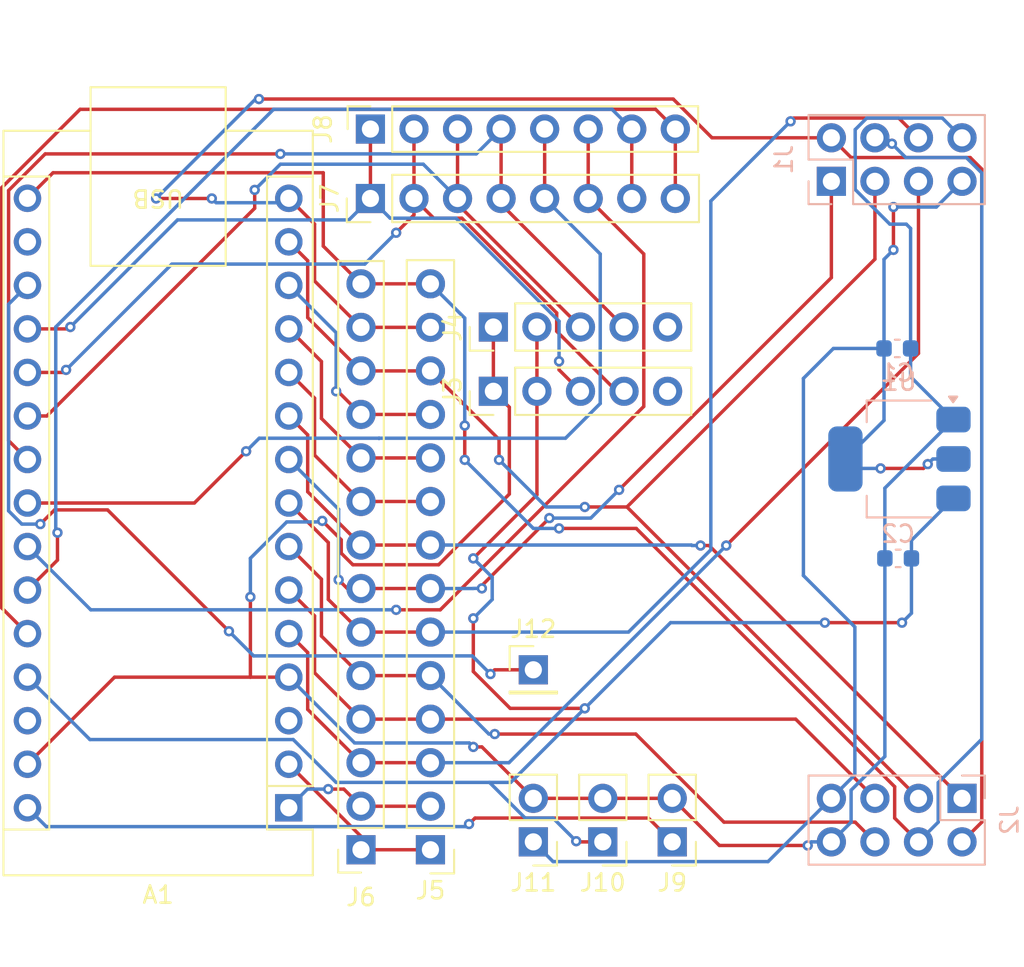
<source format=kicad_pcb>
(kicad_pcb (version 20241229) (generator "pcbnew") (generator_version "9.0")
  (layers (0 "F.Cu" signal) (2 "B.Cu" signal) (13 "F.Paste" user) (15 "B.Paste" user) (5 "F.SilkS" user "F.Silkscreen") (7 "B.SilkS" user "B.Silkscreen") (1 "F.Mask" user) (3 "B.Mask" user) (25 "Edge.Cuts" user))
  (net 0 "")
  (net 1 "A5")
  (net 2 "D8")
  (net 3 "A2")
  (net 4 "AREF")
  (net 5 "D6")
  (net 6 "D12")
  (net 7 "A3")
  (net 8 "A4")
  (net 9 "5V")
  (net 10 "A1")
  (net 11 "D0")
  (net 12 "VIN")
  (net 13 "D10")
  (net 14 "D5")
  (net 15 "A7")
  (net 16 "D9")
  (net 17 "D1")
  (net 18 "D2")
  (net 19 "A6")
  (net 20 "GND")
  (net 21 "A0")
  (net 24 "D7")
  (net 26 "D3")
  (net 27 "D13")
  (net 28 "D4")
  (net 29 "D11")
  (net 30 "3V3")
  (footprint "Connector_PinHeader_2.54mm:PinHeader_1x02_P2.54mm_Vertical" (layer "F.Cu") (at 51.1 56.04 180)
    (property "Reference" "J9" (at 0 -2.38 0) (layer "F.SilkS"))
    (property "Value" "Conn_01x02_Socket")
    (pad "1" thru_hole rect (at 0 0 180) (size 1.7 1.7) (drill 1) (layers "*.Cu" "*.Mask") (net 12 "VIN"))
    (pad "2" thru_hole circle (at 0 2.54 180) (size 1.7 1.7) (drill 1) (layers "*.Cu" "*.Mask") (net 20 "GND"))
  )
  (footprint "Connector_PinSocket_2.54mm:PinSocket_1x14_P2.54mm_Vertical" (layer "F.Cu") (at 32.95 56.5 180)
    (property "Reference" "J6" (at 0 -2.77 180) (layer "F.SilkS"))
    (property "Value" "Conn_01x14_Socket")
    (pad "1" thru_hole rect (at 0 0 180) (size 1.7 1.7) (drill 1) (layers "*.Cu" "*.Mask") (net 11 "D0"))
    (pad "2" thru_hole circle (at 0 2.54 180) (size 1.7 1.7) (drill 1) (layers "*.Cu" "*.Mask") (net 17 "D1"))
    (pad "3" thru_hole circle (at 0 5.08 180) (size 1.7 1.7) (drill 1) (layers "*.Cu" "*.Mask") (net 18 "D2"))
    (pad "4" thru_hole circle (at 0 7.62 180) (size 1.7 1.7) (drill 1) (layers "*.Cu" "*.Mask") (net 26 "D3"))
    (pad "5" thru_hole circle (at 0 10.16 180) (size 1.7 1.7) (drill 1) (layers "*.Cu" "*.Mask") (net 28 "D4"))
    (pad "6" thru_hole circle (at 0 12.7 180) (size 1.7 1.7) (drill 1) (layers "*.Cu" "*.Mask") (net 14 "D5"))
    (pad "7" thru_hole circle (at 0 15.24 180) (size 1.7 1.7) (drill 1) (layers "*.Cu" "*.Mask") (net 5 "D6"))
    (pad "8" thru_hole circle (at 0 17.78 180) (size 1.7 1.7) (drill 1) (layers "*.Cu" "*.Mask") (net 24 "D7"))
    (pad "9" thru_hole circle (at 0 20.32 180) (size 1.7 1.7) (drill 1) (layers "*.Cu" "*.Mask") (net 2 "D8"))
    (pad "10" thru_hole circle (at 0 22.86 180) (size 1.7 1.7) (drill 1) (layers "*.Cu" "*.Mask") (net 16 "D9"))
    (pad "11" thru_hole circle (at 0 25.4 180) (size 1.7 1.7) (drill 1) (layers "*.Cu" "*.Mask") (net 13 "D10"))
    (pad "12" thru_hole circle (at 0 27.94 180) (size 1.7 1.7) (drill 1) (layers "*.Cu" "*.Mask") (net 29 "D11"))
    (pad "13" thru_hole circle (at 0 30.48 180) (size 1.7 1.7) (drill 1) (layers "*.Cu" "*.Mask") (net 6 "D12"))
    (pad "14" thru_hole circle (at 0 33.02 180) (size 1.7 1.7) (drill 1) (layers "*.Cu" "*.Mask") (net 27 "D13"))
  )
  (footprint "Connector_PinHeader_2.54mm:PinHeader_1x05_P2.54mm_Vertical" (layer "F.Cu") (at 40.67 26 90)
    (property "Reference" "J4" (at 0 -2.38 90) (layer "F.SilkS"))
    (property "Value" "Conn_01x05_Pin")
    (pad "1" thru_hole rect (at 0 0 90) (size 1.7 1.7) (drill 1) (layers "*.Cu" "*.Mask") (net 20 "GND"))
    (pad "2" thru_hole circle (at 0 2.54 90) (size 1.7 1.7) (drill 1) (layers "*.Cu" "*.Mask") (net 9 "5V"))
    (pad "3" thru_hole circle (at 0 5.08 90) (size 1.7 1.7) (drill 1) (layers "*.Cu" "*.Mask") (net 3 "A2"))
    (pad "4" thru_hole circle (at 0 7.62 90) (size 1.7 1.7) (drill 1) (layers "*.Cu" "*.Mask") (net 7 "A3"))
    (pad "5" thru_hole circle (at 0 10.16 90) (size 1.7 1.7) (drill 1) (layers "*.Cu" "*.Mask"))
  )
  (footprint "Connector_PinHeader_2.54mm:PinHeader_1x02_P2.54mm_Vertical" (layer "F.Cu") (at 47.05 56.04 180)
    (property "Reference" "J10" (at 0 -2.38 0) (layer "F.SilkS"))
    (property "Value" "Conn_01x02_Socket")
    (pad "1" thru_hole rect (at 0 0 180) (size 1.7 1.7) (drill 1) (layers "*.Cu" "*.Mask") (net 9 "5V"))
    (pad "2" thru_hole circle (at 0 2.54 180) (size 1.7 1.7) (drill 1) (layers "*.Cu" "*.Mask") (net 20 "GND"))
  )
  (footprint "Connector_PinSocket_2.54mm:PinSocket_1x08_P2.54mm_Vertical" (layer "F.Cu") (at 33.5 14.45 90)
    (property "Reference" "J8" (at 0 -2.77 90) (layer "F.SilkS"))
    (property "Value" "Conn_01x08_Socket")
    (pad "1" thru_hole rect (at 0 0 90) (size 1.7 1.7) (drill 1) (layers "*.Cu" "*.Mask") (net 21 "A0"))
    (pad "2" thru_hole circle (at 0 2.54 90) (size 1.7 1.7) (drill 1) (layers "*.Cu" "*.Mask") (net 10 "A1"))
    (pad "3" thru_hole circle (at 0 5.08 90) (size 1.7 1.7) (drill 1) (layers "*.Cu" "*.Mask") (net 3 "A2"))
    (pad "4" thru_hole circle (at 0 7.62 90) (size 1.7 1.7) (drill 1) (layers "*.Cu" "*.Mask") (net 7 "A3"))
    (pad "5" thru_hole circle (at 0 10.16 90) (size 1.7 1.7) (drill 1) (layers "*.Cu" "*.Mask") (net 8 "A4"))
    (pad "6" thru_hole circle (at 0 12.7 90) (size 1.7 1.7) (drill 1) (layers "*.Cu" "*.Mask") (net 1 "A5"))
    (pad "7" thru_hole circle (at 0 15.24 90) (size 1.7 1.7) (drill 1) (layers "*.Cu" "*.Mask") (net 19 "A6"))
    (pad "8" thru_hole circle (at 0 17.78 90) (size 1.7 1.7) (drill 1) (layers "*.Cu" "*.Mask") (net 15 "A7"))
  )
  (footprint "Connector_PinHeader_2.54mm:PinHeader_1x05_P2.54mm_Vertical" (layer "F.Cu") (at 40.67 29.75 90)
    (property "Reference" "J3" (at 0 -2.38 90) (layer "F.SilkS"))
    (property "Value" "Conn_01x05_Pin")
    (pad "1" thru_hole rect (at 0 0 90) (size 1.7 1.7) (drill 1) (layers "*.Cu" "*.Mask") (net 20 "GND"))
    (pad "2" thru_hole circle (at 0 2.54 90) (size 1.7 1.7) (drill 1) (layers "*.Cu" "*.Mask") (net 9 "5V"))
    (pad "3" thru_hole circle (at 0 5.08 90) (size 1.7 1.7) (drill 1) (layers "*.Cu" "*.Mask") (net 21 "A0"))
    (pad "4" thru_hole circle (at 0 7.62 90) (size 1.7 1.7) (drill 1) (layers "*.Cu" "*.Mask") (net 10 "A1"))
    (pad "5" thru_hole circle (at 0 10.16 90) (size 1.7 1.7) (drill 1) (layers "*.Cu" "*.Mask"))
  )
  (footprint "Connector_PinHeader_2.54mm:PinHeader_1x08_P2.54mm_Vertical" (layer "F.Cu") (at 33.5 18.5 90)
    (property "Reference" "J7" (at 0 -2.38 90) (layer "F.SilkS"))
    (property "Value" "Conn_01x08_Pin")
    (pad "1" thru_hole rect (at 0 0 90) (size 1.7 1.7) (drill 1) (layers "*.Cu" "*.Mask") (net 21 "A0"))
    (pad "2" thru_hole circle (at 0 2.54 90) (size 1.7 1.7) (drill 1) (layers "*.Cu" "*.Mask") (net 10 "A1"))
    (pad "3" thru_hole circle (at 0 5.08 90) (size 1.7 1.7) (drill 1) (layers "*.Cu" "*.Mask") (net 3 "A2"))
    (pad "4" thru_hole circle (at 0 7.62 90) (size 1.7 1.7) (drill 1) (layers "*.Cu" "*.Mask") (net 7 "A3"))
    (pad "5" thru_hole circle (at 0 10.16 90) (size 1.7 1.7) (drill 1) (layers "*.Cu" "*.Mask") (net 8 "A4"))
    (pad "6" thru_hole circle (at 0 12.7 90) (size 1.7 1.7) (drill 1) (layers "*.Cu" "*.Mask") (net 1 "A5"))
    (pad "7" thru_hole circle (at 0 15.24 90) (size 1.7 1.7) (drill 1) (layers "*.Cu" "*.Mask") (net 19 "A6"))
    (pad "8" thru_hole circle (at 0 17.78 90) (size 1.7 1.7) (drill 1) (layers "*.Cu" "*.Mask") (net 15 "A7"))
  )
  (footprint "Connector_PinHeader_2.54mm:PinHeader_1x02_P2.54mm_Vertical" (layer "F.Cu") (at 43 56.04 180)
    (property "Reference" "J11" (at 0 -2.38 0) (layer "F.SilkS"))
    (property "Value" "Conn_01x02_Socket")
    (pad "1" thru_hole rect (at 0 0 180) (size 1.7 1.7) (drill 1) (layers "*.Cu" "*.Mask") (net 30 "3V3"))
    (pad "2" thru_hole circle (at 0 2.54 180) (size 1.7 1.7) (drill 1) (layers "*.Cu" "*.Mask") (net 20 "GND"))
  )
  (footprint "Module:Arduino_Nano" (layer "F.Cu") (at 28.74 54.05 180)
    (property "Reference" "A1" (at 7.62 -5.08 0) (layer "F.SilkS"))
    (property "Value" "Arduino_Nano_v3.x")
    (fp_text user "USB" (at 7.62 35.56 180) (layer "F.SilkS"))
    (pad "1" thru_hole rect (at 0 0 180) (size 1.6 1.6) (drill 1) (layers "*.Cu" "*.Mask") (net 17 "D1"))
    (pad "2" thru_hole oval (at 0 2.54 180) (size 1.6 1.6) (drill 1) (layers "*.Cu" "*.Mask") (net 11 "D0"))
    (pad "3" thru_hole oval (at 0 5.08 180) (size 1.6 1.6) (drill 1) (layers "*.Cu" "*.Mask"))
    (pad "4" thru_hole oval (at 0 7.62 180) (size 1.6 1.6) (drill 1) (layers "*.Cu" "*.Mask") (net 20 "GND"))
    (pad "5" thru_hole oval (at 0 10.16 180) (size 1.6 1.6) (drill 1) (layers "*.Cu" "*.Mask") (net 18 "D2"))
    (pad "6" thru_hole oval (at 0 12.7 180) (size 1.6 1.6) (drill 1) (layers "*.Cu" "*.Mask") (net 26 "D3"))
    (pad "7" thru_hole oval (at 0 15.24 180) (size 1.6 1.6) (drill 1) (layers "*.Cu" "*.Mask") (net 28 "D4"))
    (pad "8" thru_hole oval (at 0 17.78 180) (size 1.6 1.6) (drill 1) (layers "*.Cu" "*.Mask") (net 14 "D5"))
    (pad "9" thru_hole oval (at 0 20.32 180) (size 1.6 1.6) (drill 1) (layers "*.Cu" "*.Mask") (net 5 "D6"))
    (pad "10" thru_hole oval (at 0 22.86 180) (size 1.6 1.6) (drill 1) (layers "*.Cu" "*.Mask") (net 24 "D7"))
    (pad "11" thru_hole oval (at 0 25.4 180) (size 1.6 1.6) (drill 1) (layers "*.Cu" "*.Mask") (net 2 "D8"))
    (pad "12" thru_hole oval (at 0 27.94 180) (size 1.6 1.6) (drill 1) (layers "*.Cu" "*.Mask") (net 16 "D9"))
    (pad "13" thru_hole oval (at 0 30.48 180) (size 1.6 1.6) (drill 1) (layers "*.Cu" "*.Mask") (net 13 "D10"))
    (pad "14" thru_hole oval (at 0 33.02 180) (size 1.6 1.6) (drill 1) (layers "*.Cu" "*.Mask") (net 29 "D11"))
    (pad "15" thru_hole oval (at 0 35.56 180) (size 1.6 1.6) (drill 1) (layers "*.Cu" "*.Mask") (net 6 "D12"))
    (pad "16" thru_hole oval (at 15.24 35.56 180) (size 1.6 1.6) (drill 1) (layers "*.Cu" "*.Mask") (net 27 "D13"))
    (pad "17" thru_hole oval (at 15.24 33.02 180) (size 1.6 1.6) (drill 1) (layers "*.Cu" "*.Mask"))
    (pad "18" thru_hole oval (at 15.24 30.48 180) (size 1.6 1.6) (drill 1) (layers "*.Cu" "*.Mask") (net 4 "AREF"))
    (pad "19" thru_hole oval (at 15.24 27.94 180) (size 1.6 1.6) (drill 1) (layers "*.Cu" "*.Mask") (net 21 "A0"))
    (pad "20" thru_hole oval (at 15.24 25.4 180) (size 1.6 1.6) (drill 1) (layers "*.Cu" "*.Mask") (net 10 "A1"))
    (pad "21" thru_hole oval (at 15.24 22.86 180) (size 1.6 1.6) (drill 1) (layers "*.Cu" "*.Mask") (net 3 "A2"))
    (pad "22" thru_hole oval (at 15.24 20.32 180) (size 1.6 1.6) (drill 1) (layers "*.Cu" "*.Mask") (net 7 "A3"))
    (pad "23" thru_hole oval (at 15.24 17.78 180) (size 1.6 1.6) (drill 1) (layers "*.Cu" "*.Mask") (net 8 "A4"))
    (pad "24" thru_hole oval (at 15.24 15.24 180) (size 1.6 1.6) (drill 1) (layers "*.Cu" "*.Mask") (net 1 "A5"))
    (pad "25" thru_hole oval (at 15.24 12.7 180) (size 1.6 1.6) (drill 1) (layers "*.Cu" "*.Mask") (net 19 "A6"))
    (pad "26" thru_hole oval (at 15.24 10.16 180) (size 1.6 1.6) (drill 1) (layers "*.Cu" "*.Mask") (net 15 "A7"))
    (pad "27" thru_hole oval (at 15.24 7.62 180) (size 1.6 1.6) (drill 1) (layers "*.Cu" "*.Mask") (net 9 "5V"))
    (pad "28" thru_hole oval (at 15.24 5.08 180) (size 1.6 1.6) (drill 1) (layers "*.Cu" "*.Mask"))
    (pad "29" thru_hole oval (at 15.24 2.54 180) (size 1.6 1.6) (drill 1) (layers "*.Cu" "*.Mask") (net 20 "GND"))
    (pad "30" thru_hole oval (at 15.24 0 180) (size 1.6 1.6) (drill 1) (layers "*.Cu" "*.Mask") (net 12 "VIN"))
  )
  (footprint "Connector_PinHeader_2.54mm:PinHeader_1x01_P2.54mm_Vertical" (layer "F.Cu") (at 43 46)
    (property "Reference" "J12" (at 0 -2.38 0) (layer "F.SilkS"))
    (property "Value" "Conn_01x01_Pin")
    (pad "1" thru_hole rect (at 0 0) (size 1.7 1.7) (drill 1) (layers "*.Cu" "*.Mask") (net 4 "AREF"))
  )
  (footprint "Connector_PinHeader_2.54mm:PinHeader_1x14_P2.54mm_Vertical" (layer "F.Cu") (at 37 56.5 180)
    (property "Reference" "J5" (at 0 -2.38 180) (layer "F.SilkS"))
    (property "Value" "Conn_01x14_Pin")
    (pad "1" thru_hole rect (at 0 0 180) (size 1.7 1.7) (drill 1) (layers "*.Cu" "*.Mask") (net 11 "D0"))
    (pad "2" thru_hole circle (at 0 2.54 180) (size 1.7 1.7) (drill 1) (layers "*.Cu" "*.Mask") (net 17 "D1"))
    (pad "3" thru_hole circle (at 0 5.08 180) (size 1.7 1.7) (drill 1) (layers "*.Cu" "*.Mask") (net 18 "D2"))
    (pad "4" thru_hole circle (at 0 7.62 180) (size 1.7 1.7) (drill 1) (layers "*.Cu" "*.Mask") (net 26 "D3"))
    (pad "5" thru_hole circle (at 0 10.16 180) (size 1.7 1.7) (drill 1) (layers "*.Cu" "*.Mask") (net 28 "D4"))
    (pad "6" thru_hole circle (at 0 12.7 180) (size 1.7 1.7) (drill 1) (layers "*.Cu" "*.Mask") (net 14 "D5"))
    (pad "7" thru_hole circle (at 0 15.24 180) (size 1.7 1.7) (drill 1) (layers "*.Cu" "*.Mask") (net 5 "D6"))
    (pad "8" thru_hole circle (at 0 17.78 180) (size 1.7 1.7) (drill 1) (layers "*.Cu" "*.Mask") (net 24 "D7"))
    (pad "9" thru_hole circle (at 0 20.32 180) (size 1.7 1.7) (drill 1) (layers "*.Cu" "*.Mask") (net 2 "D8"))
    (pad "10" thru_hole circle (at 0 22.86 180) (size 1.7 1.7) (drill 1) (layers "*.Cu" "*.Mask") (net 16 "D9"))
    (pad "11" thru_hole circle (at 0 25.4 180) (size 1.7 1.7) (drill 1) (layers "*.Cu" "*.Mask") (net 13 "D10"))
    (pad "12" thru_hole circle (at 0 27.94 180) (size 1.7 1.7) (drill 1) (layers "*.Cu" "*.Mask") (net 29 "D11"))
    (pad "13" thru_hole circle (at 0 30.48 180) (size 1.7 1.7) (drill 1) (layers "*.Cu" "*.Mask") (net 6 "D12"))
    (pad "14" thru_hole circle (at 0 33.02 180) (size 1.7 1.7) (drill 1) (layers "*.Cu" "*.Mask") (net 27 "D13"))
  )
  (footprint "Package_TO_SOT_SMD:SOT-223-3_TabPin2" (layer "B.Cu") (at 64.35 33.7 180)
    (property "Reference" "U1" (at 0 4.5 0) (layer "B.SilkS") (effects (justify mirror)))
    (property "Value" "AMS1117-3.3")
    (pad "1" smd roundrect (at -3.15 2.3 180) (size 2 1.5) (layers "B.Cu" "B.Mask" "B.Paste") (net 20 "GND"))
    (pad "2" smd roundrect (at -3.15 0 180) (size 2 1.5) (layers "B.Cu" "B.Mask" "B.Paste") (net 30 "3V3"))
    (pad "2" smd roundrect (at 3.15 0 180) (size 2 3.8) (layers "B.Cu" "B.Mask" "B.Paste") (net 30 "3V3"))
    (pad "3" smd roundrect (at -3.15 -2.3 180) (size 2 1.5) (layers "B.Cu" "B.Mask" "B.Paste") (net 9 "5V"))
  )
  (footprint "Capacitor_SMD:C_0603_1608Metric" (layer "B.Cu") (at 64.225 27.25)
    (property "Reference" "C1" (at 0 1.43 0) (layer "B.SilkS") (effects (justify mirror)))
    (property "Value" "22uF")
    (pad "1" smd roundrect (at -0.775 0) (size 0.9 0.95) (layers "B.Cu" "B.Mask" "B.Paste") (net 30 "3V3"))
    (pad "2" smd roundrect (at 0.775 0) (size 0.9 0.95) (layers "B.Cu" "B.Mask" "B.Paste") (net 20 "GND"))
  )
  (footprint "Connector_PinSocket_2.54mm:PinSocket_2x04_P2.54mm_Vertical" (layer "B.Cu") (at 60.38 17.5 -90)
    (property "Reference" "J1" (at -1.27 2.77 90) (layer "B.SilkS") (effects (justify mirror)))
    (property "Value" "Conn_02x04_Odd_Even")
    (pad "1" thru_hole rect (at 0 0 270) (size 1.7 1.7) (drill 1) (layers "*.Cu" "*.Mask") (net 5 "D6"))
    (pad "2" thru_hole circle (at -2.54 0 270) (size 1.7 1.7) (drill 1) (layers "*.Cu" "*.Mask") (net 6 "D12"))
    (pad "3" thru_hole circle (at 0 -2.54 270) (size 1.7 1.7) (drill 1) (layers "*.Cu" "*.Mask") (net 29 "D11"))
    (pad "4" thru_hole circle (at -2.54 -2.54 270) (size 1.7 1.7) (drill 1) (layers "*.Cu" "*.Mask") (net 27 "D13"))
    (pad "5" thru_hole circle (at 0 -5.08 270) (size 1.7 1.7) (drill 1) (layers "*.Cu" "*.Mask") (net 18 "D2"))
    (pad "6" thru_hole circle (at -2.54 -5.08 270) (size 1.7 1.7) (drill 1) (layers "*.Cu" "*.Mask") (net 14 "D5"))
    (pad "7" thru_hole circle (at 0 -7.62 270) (size 1.7 1.7) (drill 1) (layers "*.Cu" "*.Mask") (net 30 "3V3"))
    (pad "8" thru_hole circle (at -2.54 -7.62 270) (size 1.7 1.7) (drill 1) (layers "*.Cu" "*.Mask") (net 20 "GND"))
  )
  (footprint "Capacitor_SMD:C_0603_1608Metric" (layer "B.Cu") (at 64.275 39.5 180)
    (property "Reference" "C2" (at 0 1.43 0) (layer "B.SilkS") (effects (justify mirror)))
    (property "Value" "22uF")
    (pad "1" smd roundrect (at -0.775 0 180) (size 0.9 0.95) (layers "B.Cu" "B.Mask" "B.Paste") (net 9 "5V"))
    (pad "2" smd roundrect (at 0.775 0 180) (size 0.9 0.95) (layers "B.Cu" "B.Mask" "B.Paste") (net 20 "GND"))
  )
  (footprint "Connector_PinSocket_2.54mm:PinSocket_2x04_P2.54mm_Vertical" (layer "B.Cu") (at 68 53.5 90)
    (property "Reference" "J2" (at -1.27 2.77 270) (layer "B.SilkS") (effects (justify mirror)))
    (property "Value" "Conn_02x04_Odd_Even")
    (pad "1" thru_hole rect (at 0 0 90) (size 1.7 1.7) (drill 1) (layers "*.Cu" "*.Mask") (net 24 "D7"))
    (pad "2" thru_hole circle (at -2.54 0 90) (size 1.7 1.7) (drill 1) (layers "*.Cu" "*.Mask") (net 6 "D12"))
    (pad "3" thru_hole circle (at 0 -2.54 90) (size 1.7 1.7) (drill 1) (layers "*.Cu" "*.Mask") (net 29 "D11"))
    (pad "4" thru_hole circle (at -2.54 -2.54 90) (size 1.7 1.7) (drill 1) (layers "*.Cu" "*.Mask") (net 27 "D13"))
    (pad "5" thru_hole circle (at 0 -5.08 90) (size 1.7 1.7) (drill 1) (layers "*.Cu" "*.Mask") (net 26 "D3"))
    (pad "6" thru_hole circle (at -2.54 -5.08 90) (size 1.7 1.7) (drill 1) (layers "*.Cu" "*.Mask") (net 28 "D4"))
    (pad "7" thru_hole circle (at 0 -7.62 90) (size 1.7 1.7) (drill 1) (layers "*.Cu" "*.Mask") (net 30 "3V3"))
    (pad "8" thru_hole circle (at -2.54 -7.62 90) (size 1.7 1.7) (drill 1) (layers "*.Cu" "*.Mask") (net 20 "GND"))
  )
  (segment (start 46.2 18.5) (end 49.441 21.741) (width 0.2) (layer "F.Cu") (net 1))
  (segment (start 46.2 14.45) (end 46.2 18.5) (width 0.2) (layer "F.Cu") (net 1))
  (segment (start 37.573638 42.5) (end 35 42.5) (width 0.2) (layer "F.Cu") (net 1))
  (segment (start 49.441 21.741) (end 49.441 30.632638) (width 0.2) (layer "F.Cu") (net 1))
  (segment (start 49.441 30.632638) (end 37.573638 42.5) (width 0.2) (layer "F.Cu") (net 1))
  (via (at 35 42.5) (size 0.6) (drill 0.3) (layers "F.Cu" "B.Cu") (net 1))
  (segment (start 35 42.5) (end 17.19 42.5) (width 0.2) (layer "B.Cu") (net 1))
  (segment (start 17.19 42.5) (end 13.5 38.81) (width 0.2) (layer "B.Cu") (net 1))
  (segment (start 30.242 33.472) (end 30.242 30.152) (width 0.2) (layer "F.Cu") (net 2))
  (segment (start 32.95 36.18) (end 30.242 33.472) (width 0.2) (layer "F.Cu") (net 2))
  (segment (start 32.95 36.18) (end 37 36.18) (width 0.2) (layer "F.Cu") (net 2))
  (segment (start 30.242 30.152) (end 28.74 28.65) (width 0.2) (layer "F.Cu") (net 2))
  (segment (start 45.75 26) (end 38.58 18.83) (width 0.2) (layer "F.Cu") (net 3))
  (segment (start 38.58 18.83) (end 38.58 18.5) (width 0.2) (layer "F.Cu") (net 3))
  (segment (start 38.58 14.45) (end 38.58 18.5) (width 0.2) (layer "F.Cu") (net 3))
  (segment (start 13.5 31.19) (end 14.63137 31.19) (width 0.2) (layer "F.Cu") (net 3))
  (segment (start 26.75 19.07137) (end 26.75 18) (width 0.2) (layer "F.Cu") (net 3))
  (segment (start 14.63137 31.19) (end 26.75 19.07137) (width 0.2) (layer "F.Cu") (net 3))
  (via (at 26.75 18) (size 0.6) (drill 0.3) (layers "F.Cu" "B.Cu") (net 3))
  (segment (start 28.25 16.5) (end 36.58 16.5) (width 0.2) (layer "B.Cu") (net 3))
  (segment (start 36.58 16.5) (end 38.58 18.5) (width 0.2) (layer "B.Cu") (net 3))
  (segment (start 26.75 18) (end 28.25 16.5) (width 0.2) (layer "B.Cu") (net 3))
  (segment (start 43 46) (end 40.75 46) (width 0.2) (layer "F.Cu") (net 4))
  (segment (start 40.75 46) (end 40.5 46.25) (width 0.2) (layer "F.Cu") (net 4))
  (segment (start 15.079 36.671) (end 14.25 37.5) (width 0.2) (layer "F.Cu") (net 4))
  (segment (start 25.25 43.75) (end 18.171 36.671) (width 0.2) (layer "F.Cu") (net 4))
  (segment (start 18.171 36.671) (end 15.079 36.671) (width 0.2) (layer "F.Cu") (net 4))
  (via (at 14.25 37.5) (size 0.6) (drill 0.3) (layers "F.Cu" "B.Cu") (net 4))
  (via (at 25.25 43.75) (size 0.6) (drill 0.3) (layers "F.Cu" "B.Cu") (net 4))
  (via (at 40.5 46.25) (size 0.6) (drill 0.3) (layers "F.Cu" "B.Cu") (net 4))
  (segment (start 12.399 36.72605) (end 12.399 24.671) (width 0.2) (layer "B.Cu") (net 4))
  (segment (start 13.17295 37.5) (end 12.399 36.72605) (width 0.2) (layer "B.Cu") (net 4))
  (segment (start 39.439 45.189) (end 26.689 45.189) (width 0.2) (layer "B.Cu") (net 4))
  (segment (start 40.5 46.25) (end 39.439 45.189) (width 0.2) (layer "B.Cu") (net 4))
  (segment (start 12.399 24.671) (end 13.5 23.57) (width 0.2) (layer "B.Cu") (net 4))
  (segment (start 14.25 37.5) (end 13.17295 37.5) (width 0.2) (layer "B.Cu") (net 4))
  (segment (start 26.689 45.189) (end 25.25 43.75) (width 0.2) (layer "B.Cu") (net 4))
  (segment (start 60.38 23.12) (end 48 35.5) (width 0.2) (layer "F.Cu") (net 5))
  (segment (start 60.38 17.5) (end 60.38 23.12) (width 0.2) (layer "F.Cu") (net 5))
  (segment (start 32.95 41.26) (end 32.154 41.26) (width 0.2) (layer "F.Cu") (net 5))
  (segment (start 40 41.084313) (end 40 41.25) (width 0.2) (layer "F.Cu") (net 5))
  (segment (start 43.934313 37.15) (end 40 41.084313) (width 0.2) (layer "F.Cu") (net 5))
  (segment (start 32.95 41.26) (end 37 41.26) (width 0.2) (layer "F.Cu") (net 5))
  (segment (start 32.154 41.26) (end 31.644 40.75) (width 0.2) (layer "F.Cu") (net 5))
  (via (at 31.644 40.75) (size 0.6) (drill 0.3) (layers "F.Cu" "B.Cu") (net 5))
  (via (at 48 35.5) (size 0.6) (drill 0.3) (layers "F.Cu" "B.Cu") (net 5))
  (via (at 43.934313 37.15) (size 0.6) (drill 0.3) (layers "F.Cu" "B.Cu") (net 5))
  (via (at 40 41.25) (size 0.6) (drill 0.3) (layers "F.Cu" "B.Cu") (net 5))
  (segment (start 31.644 36.634) (end 28.74 33.73) (width 0.2) (layer "B.Cu") (net 5))
  (segment (start 39.49 41.26) (end 37 41.26) (width 0.2) (layer "B.Cu") (net 5))
  (segment (start 39.5 41.25) (end 39.49 41.26) (width 0.2) (layer "B.Cu") (net 5))
  (segment (start 31.644 40.75) (end 31.644 36.634) (width 0.2) (layer "B.Cu") (net 5))
  (segment (start 46.35 37.15) (end 43.934313 37.15) (width 0.2) (layer "B.Cu") (net 5))
  (segment (start 48 35.5) (end 46.35 37.15) (width 0.2) (layer "B.Cu") (net 5))
  (segment (start 40 41.25) (end 39.5 41.25) (width 0.2) (layer "B.Cu") (net 5))
  (segment (start 60.38 14.96) (end 53.41776 14.96) (width 0.2) (layer "F.Cu") (net 6))
  (segment (start 30.242 23.312) (end 30.242 19.992) (width 0.2) (layer "F.Cu") (net 6))
  (segment (start 69.151 16.78524) (end 68.47676 16.111) (width 0.2) (layer "F.Cu") (net 6))
  (segment (start 68 56.04) (end 69.151 54.889) (width 0.2) (layer "F.Cu") (net 6))
  (segment (start 68.47676 16.111) (end 61.531 16.111) (width 0.2) (layer "F.Cu") (net 6))
  (segment (start 21 18.5) (end 24.25 18.5) (width 0.2) (layer "F.Cu") (net 6))
  (segment (start 30.242 19.992) (end 28.74 18.49) (width 0.2) (layer "F.Cu") (net 6))
  (segment (start 51.15676 12.699) (end 27 12.699) (width 0.2) (layer "F.Cu") (net 6))
  (segment (start 61.531 16.111) (end 60.38 14.96) (width 0.2) (layer "F.Cu") (net 6))
  (segment (start 32.95 26.02) (end 30.242 23.312) (width 0.2) (layer "F.Cu") (net 6))
  (segment (start 32.95 26.02) (end 37 26.02) (width 0.2) (layer "F.Cu") (net 6))
  (segment (start 69.151 54.889) (end 69.151 16.78524) (width 0.2) (layer "F.Cu") (net 6))
  (segment (start 53.41776 14.96) (end 51.15676 12.699) (width 0.2) (layer "F.Cu") (net 6))
  (via (at 27 12.699) (size 0.6) (drill 0.3) (layers "F.Cu" "B.Cu") (net 6))
  (via (at 21 18.5) (size 0.6) (drill 0.3) (layers "F.Cu" "B.Cu") (net 6))
  (via (at 24.25 18.5) (size 0.6) (drill 0.3) (layers "F.Cu" "B.Cu") (net 6))
  (segment (start 26.801 12.699) (end 21 18.5) (width 0.2) (layer "B.Cu") (net 6))
  (segment (start 27 12.699) (end 26.801 12.699) (width 0.2) (layer "B.Cu") (net 6))
  (segment (start 28.48 18.75) (end 28.74 18.49) (width 0.2) (layer "B.Cu") (net 6))
  (segment (start 24.25 18.5) (end 24.5 18.75) (width 0.2) (layer "B.Cu") (net 6))
  (segment (start 24.5 18.75) (end 28.48 18.75) (width 0.2) (layer "B.Cu") (net 6))
  (segment (start 12.399 18.03395) (end 14.53295 15.9) (width 0.2) (layer "F.Cu") (net 7))
  (segment (start 14.53295 15.9) (end 28.25 15.9) (width 0.2) (layer "F.Cu") (net 7))
  (segment (start 13.5 33.73) (end 12.399 32.629) (width 0.2) (layer "F.Cu") (net 7))
  (segment (start 48.29 26) (end 41.12 18.83) (width 0.2) (layer "F.Cu") (net 7))
  (segment (start 12.399 32.629) (end 12.399 18.03395) (width 0.2) (layer "F.Cu") (net 7))
  (segment (start 41.12 18.83) (end 41.12 18.5) (width 0.2) (layer "F.Cu") (net 7))
  (segment (start 41.12 14.45) (end 41.12 18.5) (width 0.2) (layer "F.Cu") (net 7))
  (via (at 28.25 15.9) (size 0.6) (drill 0.3) (layers "F.Cu" "B.Cu") (net 7))
  (segment (start 39.67 15.9) (end 41.12 14.45) (width 0.2) (layer "B.Cu") (net 7))
  (segment (start 28.25 15.9) (end 39.67 15.9) (width 0.2) (layer "B.Cu") (net 7))
  (segment (start 43.66 14.45) (end 43.66 18.5) (width 0.2) (layer "F.Cu") (net 8))
  (segment (start 13.5 36.27) (end 23.23 36.27) (width 0.2) (layer "F.Cu") (net 8))
  (segment (start 23.23 36.27) (end 26.25 33.25) (width 0.2) (layer "F.Cu") (net 8))
  (via (at 26.25 33.25) (size 0.6) (drill 0.3) (layers "F.Cu" "B.Cu") (net 8))
  (segment (start 34.011 32.489) (end 44.87676 32.489) (width 0.2) (layer "B.Cu") (net 8))
  (segment (start 27.011 32.489) (end 33.989 32.489) (width 0.2) (layer "B.Cu") (net 8))
  (segment (start 33.989 32.489) (end 34 32.5) (width 0.2) (layer "B.Cu") (net 8))
  (segment (start 46.901 30.46476) (end 46.901 21.741) (width 0.2) (layer "B.Cu") (net 8))
  (segment (start 44.87676 32.489) (end 46.901 30.46476) (width 0.2) (layer "B.Cu") (net 8))
  (segment (start 46.901 21.741) (end 43.66 18.5) (width 0.2) (layer "B.Cu") (net 8))
  (segment (start 34 32.5) (end 34.011 32.489) (width 0.2) (layer "B.Cu") (net 8))
  (segment (start 26.25 33.25) (end 27.011 32.489) (width 0.2) (layer "B.Cu") (net 8))
  (segment (start 43.21 35.79) (end 39.5 39.5) (width 0.2) (layer "F.Cu") (net 9))
  (segment (start 64.5 43.25) (end 60 43.25) (width 0.2) (layer "F.Cu") (net 9))
  (segment (start 39.5 43) (end 39.5 46.099943) (width 0.2) (layer "F.Cu") (net 9))
  (segment (start 47.05 56.04) (end 45.54 56.04) (width 0.2) (layer "F.Cu") (net 9))
  (segment (start 39.5 46.099943) (end 41.650057 48.25) (width 0.2) (layer "F.Cu") (net 9))
  (segment (start 43.21 29.75) (end 43.21 35.79) (width 0.2) (layer "F.Cu") (net 9))
  (segment (start 43.21 26) (end 43.21 29.75) (width 0.2) (layer "F.Cu") (net 9))
  (segment (start 45.54 56.04) (end 45.5 56) (width 0.2) (layer "F.Cu") (net 9))
  (segment (start 41.650057 48.25) (end 46 48.25) (width 0.2) (layer "F.Cu") (net 9))
  (via (at 60 43.25) (size 0.6) (drill 0.3) (layers "F.Cu" "B.Cu") (net 9))
  (via (at 39.5 43) (size 0.6) (drill 0.3) (layers "F.Cu" "B.Cu") (net 9))
  (via (at 64.5 43.25) (size 0.6) (drill 0.3) (layers "F.Cu" "B.Cu") (net 9))
  (via (at 45.5 56) (size 0.6) (drill 0.3) (layers "F.Cu" "B.Cu") (net 9))
  (via (at 39.5 39.5) (size 0.6) (drill 0.3) (layers "F.Cu" "B.Cu") (net 9))
  (via (at 46 48.25) (size 0.6) (drill 0.3) (layers "F.Cu" "B.Cu") (net 9))
  (segment (start 31.499473 52.571) (end 28.999473 50.071) (width 0.2) (layer "B.Cu") (net 9))
  (segment (start 46 48.25) (end 41.679 52.571) (width 0.2) (layer "B.Cu") (net 9))
  (segment (start 40.601 40.601) (end 40.601 41.899) (width 0.2) (layer "B.Cu") (net 9))
  (segment (start 40.44324 52.571) (end 31.499473 52.571) (width 0.2) (layer "B.Cu") (net 9))
  (segment (start 17.141 50.071) (end 13.5 46.43) (width 0.2) (layer "B.Cu") (net 9))
  (segment (start 60 43.25) (end 51 43.25) (width 0.2) (layer "B.Cu") (net 9))
  (segment (start 65.05 39.5) (end 65.05 42.7) (width 0.2) (layer "B.Cu") (net 9))
  (segment (start 40.601 41.899) (end 39.5 43) (width 0.2) (layer "B.Cu") (net 9))
  (segment (start 65.05 39.5) (end 65.05 38.45) (width 0.2) (layer "B.Cu") (net 9))
  (segment (start 41.679 52.571) (end 40.44324 52.571) (width 0.2) (layer "B.Cu") (net 9))
  (segment (start 51 43.25) (end 46 48.25) (width 0.2) (layer "B.Cu") (net 9))
  (segment (start 28.999473 50.071) (end 17.141 50.071) (width 0.2) (layer "B.Cu") (net 9))
  (segment (start 42.52324 54.651) (end 40.44324 52.571) (width 0.2) (layer "B.Cu") (net 9))
  (segment (start 39.5 39.5) (end 40.601 40.601) (width 0.2) (layer "B.Cu") (net 9))
  (segment (start 65.05 38.45) (end 67.5 36) (width 0.2) (layer "B.Cu") (net 9))
  (segment (start 44.151 54.651) (end 42.52324 54.651) (width 0.2) (layer "B.Cu") (net 9))
  (segment (start 45.5 56) (end 44.151 54.651) (width 0.2) (layer "B.Cu") (net 9))
  (segment (start 65.05 42.7) (end 64.5 43.25) (width 0.2) (layer "B.Cu") (net 9))
  (segment (start 36.04 14.45) (end 36.04 18.5) (width 0.2) (layer "F.Cu") (net 10))
  (segment (start 44.361 26.25) (end 44.361 25.1781) (width 0.2) (layer "F.Cu") (net 10))
  (segment (start 48.29 29.75) (end 47.861 29.75) (width 0.2) (layer "F.Cu") (net 10))
  (segment (start 15.6 28.65) (end 15.75 28.5) (width 0.2) (layer "F.Cu") (net 10))
  (segment (start 35 20.5) (end 36.04 19.46) (width 0.2) (layer "F.Cu") (net 10))
  (segment (start 38.8339 19.651) (end 37.191 19.651) (width 0.2) (layer "F.Cu") (net 10))
  (segment (start 37.191 19.651) (end 36.04 18.5) (width 0.2) (layer "F.Cu") (net 10))
  (segment (start 47.861 29.75) (end 44.361 26.25) (width 0.2) (layer "F.Cu") (net 10))
  (segment (start 13.5 28.65) (end 15.6 28.65) (width 0.2) (layer "F.Cu") (net 10))
  (segment (start 36.04 19.46) (end 36.04 18.5) (width 0.2) (layer "F.Cu") (net 10))
  (segment (start 44.361 25.1781) (end 38.8339 19.651) (width 0.2) (layer "F.Cu") (net 10))
  (via (at 35 20.5) (size 0.6) (drill 0.3) (layers "F.Cu" "B.Cu") (net 10))
  (via (at 15.75 28.5) (size 0.6) (drill 0.3) (layers "F.Cu" "B.Cu") (net 10))
  (segment (start 33.171 22.329) (end 35 20.5) (width 0.2) (layer "B.Cu") (net 10))
  (segment (start 15.75 28.5) (end 21.921 22.329) (width 0.2) (layer "B.Cu") (net 10))
  (segment (start 21.921 22.329) (end 33.171 22.329) (width 0.2) (layer "B.Cu") (net 10))
  (segment (start 32.95 55.72) (end 28.74 51.51) (width 0.2) (layer "F.Cu") (net 11))
  (segment (start 32.95 56.5) (end 37 56.5) (width 0.2) (layer "F.Cu") (net 11))
  (segment (start 32.95 56.5) (end 32.95 55.72) (width 0.2) (layer "F.Cu") (net 11))
  (segment (start 49.711 54.651) (end 39.599 54.651) (width 0.2) (layer "F.Cu") (net 12))
  (segment (start 51.1 56.04) (end 49.711 54.651) (width 0.2) (layer "F.Cu") (net 12))
  (segment (start 39.599 54.651) (end 39.25 55) (width 0.2) (layer "F.Cu") (net 12))
  (via (at 39.25 55) (size 0.6) (drill 0.3) (layers "F.Cu" "B.Cu") (net 12))
  (segment (start 39.099 55.151) (end 14.601 55.151) (width 0.2) (layer "B.Cu") (net 12))
  (segment (start 39.25 55) (end 39.099 55.151) (width 0.2) (layer "B.Cu") (net 12))
  (segment (start 14.601 55.151) (end 13.5 54.05) (width 0.2) (layer "B.Cu") (net 12))
  (segment (start 32.95 31.1) (end 31.6 29.75) (width 0.2) (layer "F.Cu") (net 13))
  (segment (start 31.6 29.75) (end 31.5 29.75) (width 0.2) (layer "F.Cu") (net 13))
  (segment (start 32.95 31.1) (end 37 31.1) (width 0.2) (layer "F.Cu") (net 13))
  (via (at 31.5 29.75) (size 0.6) (drill 0.3) (layers "F.Cu" "B.Cu") (net 13))
  (segment (start 31.5 29.75) (end 31.5 26.33) (width 0.2) (layer "B.Cu") (net 13))
  (segment (start 31.5 26.33) (end 28.74 23.57) (width 0.2) (layer "B.Cu") (net 13))
  (segment (start 58.191 13.809) (end 58 14) (width 0.2) (layer "F.Cu") (net 14))
  (segment (start 32.95 43.8) (end 31.044 41.894) (width 0.2) (layer "F.Cu") (net 14))
  (segment (start 31.044 41.894) (end 31.044 38.574) (width 0.2) (layer "F.Cu") (net 14))
  (segment (start 32.95 43.8) (end 37 43.8) (width 0.2) (layer "F.Cu") (net 14))
  (segment (start 65.46 14.96) (end 64.309 13.809) (width 0.2) (layer "F.Cu") (net 14))
  (segment (start 31.044 38.574) (end 28.74 36.27) (width 0.2) (layer "F.Cu") (net 14))
  (segment (start 64.309 13.809) (end 58.191 13.809) (width 0.2) (layer "F.Cu") (net 14))
  (via (at 58 14) (size 0.6) (drill 0.3) (layers "F.Cu" "B.Cu") (net 14))
  (segment (start 58 14) (end 53.351 18.649) (width 0.2) (layer "B.Cu") (net 14))
  (segment (start 48.549943 43.8) (end 37 43.8) (width 0.2) (layer "B.Cu") (net 14))
  (segment (start 53.351 18.649) (end 53.351 38.998943) (width 0.2) (layer "B.Cu") (net 14))
  (segment (start 53.351 38.998943) (end 48.549943 43.8) (width 0.2) (layer "B.Cu") (net 14))
  (segment (start 50.129 13.299) (end 16.56685 13.299) (width 0.2) (layer "F.Cu") (net 15))
  (segment (start 51.28 14.45) (end 51.28 18.5) (width 0.2) (layer "F.Cu") (net 15))
  (segment (start 51.28 14.45) (end 50.129 13.299) (width 0.2) (layer "F.Cu") (net 15))
  (segment (start 11.998 17.86785) (end 11.998 42.388) (width 0.2) (layer "F.Cu") (net 15))
  (segment (start 16.56685 13.299) (end 11.998 17.86785) (width 0.2) (layer "F.Cu") (net 15))
  (segment (start 11.998 42.388) (end 13.5 43.89) (width 0.2) (layer "F.Cu") (net 15))
  (segment (start 30.643 31.333) (end 30.643 28.013) (width 0.2) (layer "F.Cu") (net 16))
  (segment (start 30.643 28.013) (end 28.74 26.11) (width 0.2) (layer "F.Cu") (net 16))
  (segment (start 32.95 33.64) (end 37 33.64) (width 0.2) (layer "F.Cu") (net 16))
  (segment (start 32.95 33.64) (end 30.643 31.333) (width 0.2) (layer "F.Cu") (net 16))
  (segment (start 32.95 53.96) (end 31.950735 52.960735) (width 0.2) (layer "F.Cu") (net 17))
  (segment (start 37 53.96) (end 32.95 53.96) (width 0.2) (layer "F.Cu") (net 17))
  (segment (start 31.950735 52.960735) (end 31.039265 52.960735) (width 0.2) (layer "F.Cu") (net 17))
  (via (at 31.039265 52.960735) (size 0.6) (drill 0.3) (layers "F.Cu" "B.Cu") (net 17))
  (segment (start 31.039265 52.960735) (end 29.829265 52.960735) (width 0.2) (layer "B.Cu") (net 17))
  (segment (start 29.829265 52.960735) (end 28.74 54.05) (width 0.2) (layer "B.Cu") (net 17))
  (segment (start 32.95 51.42) (end 37 51.42) (width 0.2) (layer "F.Cu") (net 18))
  (segment (start 29.841 44.991) (end 28.74 43.89) (width 0.2) (layer "F.Cu") (net 18))
  (segment (start 65.46 17.5) (end 65.46 27.54) (width 0.2) (layer "F.Cu") (net 18))
  (segment (start 29.841 48.311) (end 29.841 44.991) (width 0.2) (layer "F.Cu") (net 18))
  (segment (start 32.95 51.42) (end 29.841 48.311) (width 0.2) (layer "F.Cu") (net 18))
  (segment (start 65.46 27.54) (end 54.25 38.75) (width 0.2) (layer "F.Cu") (net 18))
  (via (at 54.25 38.75) (size 0.6) (drill 0.3) (layers "F.Cu" "B.Cu") (net 18))
  (segment (start 41.58 51.42) (end 37 51.42) (width 0.2) (layer "B.Cu") (net 18))
  (segment (start 54.25 38.75) (end 41.58 51.42) (width 0.2) (layer "B.Cu") (net 18))
  (segment (start 48.74 14.45) (end 48.74 18.5) (width 0.2) (layer "F.Cu") (net 19))
  (segment (start 13.5 41.35) (end 15.25 39.6) (width 0.2) (layer "F.Cu") (net 19))
  (segment (start 15.25 39.6) (end 15.25 38) (width 0.2) (layer "F.Cu") (net 19))
  (via (at 15.25 38) (size 0.6) (drill 0.3) (layers "F.Cu" "B.Cu") (net 19))
  (segment (start 15.149 37.899) (end 15.149 26.001057) (width 0.2) (layer "B.Cu") (net 19))
  (segment (start 47.589 13.299) (end 48.74 14.45) (width 0.2) (layer "B.Cu") (net 19))
  (segment (start 15.149 26.001057) (end 27.851057 13.299) (width 0.2) (layer "B.Cu") (net 19))
  (segment (start 27.851057 13.299) (end 47.589 13.299) (width 0.2) (layer "B.Cu") (net 19))
  (segment (start 15.25 38) (end 15.149 37.899) (width 0.2) (layer "B.Cu") (net 19))
  (segment (start 26.5 46.43) (end 18.58 46.43) (width 0.2) (layer "F.Cu") (net 20))
  (segment (start 31.799 38.41753) (end 30.690735 37.309265) (width 0.2) (layer "F.Cu") (net 20))
  (segment (start 40.67 29.75) (end 41.601 30.681) (width 0.2) (layer "F.Cu") (net 20))
  (segment (start 41.601 30.681) (end 41.601 35.746122) (width 0.2) (layer "F.Cu") (net 20))
  (segment (start 41.601 35.746122) (end 37.476122 39.871) (width 0.2) (layer "F.Cu") (net 20))
  (segment (start 43 53.5) (end 40 50.5) (width 0.2) (layer "F.Cu") (net 20))
  (segment (start 43 53.5) (end 51.1 53.5) (width 0.2) (layer "F.Cu") (net 20))
  (segment (start 26.5 41.75) (end 26.5 46.43) (width 0.2) (layer "F.Cu") (net 20))
  (segment (start 53.85 56.25) (end 51.1 53.5) (width 0.2) (layer "F.Cu") (net 20))
  (segment (start 18.58 46.43) (end 13.5 51.51) (width 0.2) (layer "F.Cu") (net 20))
  (segment (start 59 56.25) (end 53.85 56.25) (width 0.2) (layer "F.Cu") (net 20))
  (segment (start 32.47324 39.871) (end 31.799 39.19676) (width 0.2) (layer "F.Cu") (net 20))
  (segment (start 28.74 46.43) (end 26.5 46.43) (width 0.2) (layer "F.Cu") (net 20))
  (segment (start 37.476122 39.871) (end 32.47324 39.871) (width 0.2) (layer "F.Cu") (net 20))
  (segment (start 31.799 39.19676) (end 31.799 38.41753) (width 0.2) (layer "F.Cu") (net 20))
  (segment (start 40 50.5) (end 39.5 50.5) (width 0.2) (layer "F.Cu") (net 20))
  (segment (start 40.67 26) (end 40.67 29.75) (width 0.2) (layer "F.Cu") (net 20))
  (via (at 26.5 41.75) (size 0.6) (drill 0.3) (layers "F.Cu" "B.Cu") (net 20))
  (via (at 30.690735 37.309265) (size 0.6) (drill 0.3) (layers "F.Cu" "B.Cu") (net 20))
  (via (at 59 56.25) (size 0.6) (drill 0.3) (layers "F.Cu" "B.Cu") (net 20))
  (via (at 39.5 50.5) (size 0.6) (drill 0.3) (layers "F.Cu" "B.Cu") (net 20))
  (segment (start 30.690735 37.309265) (end 30.629 37.371) (width 0.2) (layer "B.Cu") (net 20))
  (segment (start 63.5 39.5) (end 63.5 35.4) (width 0.2) (layer "B.Cu") (net 20))
  (segment (start 65 27.25) (end 65 20.25) (width 0.2) (layer "B.Cu") (net 20))
  (segment (start 66.849 13.809) (end 68 14.96) (width 0.2) (layer "B.Cu") (net 20))
  (segment (start 60.38 56.04) (end 59.21 56.04) (width 0.2) (layer "B.Cu") (net 20))
  (segment (start 65 28.9) (end 67.5 31.4) (width 0.2) (layer "B.Cu") (net 20))
  (segment (start 39.5 50.5) (end 39.269 50.269) (width 0.2) (layer "B.Cu") (net 20))
  (segment (start 62.44324 13.809) (end 66.849 13.809) (width 0.2) (layer "B.Cu") (net 20))
  (segment (start 28.62195 37.371) (end 26.5 39.49295) (width 0.2) (layer "B.Cu") (net 20))
  (segment (start 39.269 50.269) (end 32.579 50.269) (width 0.2) (layer "B.Cu") (net 20))
  (segment (start 63.5 35.4) (end 67.5 31.4) (width 0.2) (layer "B.Cu") (net 20))
  (segment (start 64.75 20) (end 63.79224 20) (width 0.2) (layer "B.Cu") (net 20))
  (segment (start 61.531 54.889) (end 60.38 56.04) (width 0.2) (layer "B.Cu") (net 20))
  (segment (start 63.79224 20) (end 61.769 17.97676) (width 0.2) (layer "B.Cu") (net 20))
  (segment (start 30.629 37.371) (end 28.62195 37.371) (width 0.2) (layer "B.Cu") (net 20))
  (segment (start 61.769 14.48324) (end 62.44324 13.809) (width 0.2) (layer "B.Cu") (net 20))
  (segment (start 61.531 53.02324) (end 61.531 54.889) (width 0.2) (layer "B.Cu") (net 20))
  (segment (start 59.21 56.04) (end 59 56.25) (width 0.2) (layer "B.Cu") (net 20))
  (segment (start 61.769 17.97676) (end 61.769 14.48324) (width 0.2) (layer "B.Cu") (net 20))
  (segment (start 32.579 50.269) (end 28.74 46.43) (width 0.2) (layer "B.Cu") (net 20))
  (segment (start 65 27.25) (end 65 28.9) (width 0.2) (layer "B.Cu") (net 20))
  (segment (start 63.5 39.5) (end 63.5 51.05424) (width 0.2) (layer "B.Cu") (net 20))
  (segment (start 65 20.25) (end 64.75 20) (width 0.2) (layer "B.Cu") (net 20))
  (segment (start 63.5 51.05424) (end 61.531 53.02324) (width 0.2) (layer "B.Cu") (net 20))
  (segment (start 26.5 39.49295) (end 26.5 41.75) (width 0.2) (layer "B.Cu") (net 20))
  (segment (start 44.5 28.5) (end 44.5 28) (width 0.2) (layer "F.Cu") (net 21))
  (segment (start 15.89 26.11) (end 16 26) (width 0.2) (layer "F.Cu") (net 21))
  (segment (start 33.5 14.45) (end 33.5 18.5) (width 0.2) (layer "F.Cu") (net 21))
  (segment (start 45.75 29.75) (end 44.5 28.5) (width 0.2) (layer "F.Cu") (net 21))
  (segment (start 13.5 26.11) (end 15.89 26.11) (width 0.2) (layer "F.Cu") (net 21))
  (via (at 44.5 28) (size 0.6) (drill 0.3) (layers "F.Cu" "B.Cu") (net 21))
  (via (at 16 26) (size 0.6) (drill 0.3) (layers "F.Cu" "B.Cu") (net 21))
  (segment (start 44.5 28) (end 44.5 25.66224) (width 0.2) (layer "B.Cu") (net 21))
  (segment (start 38.48876 19.651) (end 34.651 19.651) (width 0.2) (layer "B.Cu") (net 21))
  (segment (start 16 26) (end 22.25 19.75) (width 0.2) (layer "B.Cu") (net 21))
  (segment (start 22.25 19.75) (end 32.25 19.75) (width 0.2) (layer "B.Cu") (net 21))
  (segment (start 44.5 25.66224) (end 38.48876 19.651) (width 0.2) (layer "B.Cu") (net 21))
  (segment (start 32.25 19.75) (end 33.5 18.5) (width 0.2) (layer "B.Cu") (net 21))
  (segment (start 34.651 19.651) (end 33.5 18.5) (width 0.2) (layer "B.Cu") (net 21))
  (segment (start 29.841 32.291) (end 28.74 31.19) (width 0.2) (layer "F.Cu") (net 24))
  (segment (start 68 53.5) (end 53.25 38.75) (width 0.2) (layer "F.Cu") (net 24))
  (segment (start 32.95 38.72) (end 29.841 35.611) (width 0.2) (layer "F.Cu") (net 24))
  (segment (start 29.841 35.611) (end 29.841 32.291) (width 0.2) (layer "F.Cu") (net 24))
  (segment (start 32.95 38.72) (end 37 38.72) (width 0.2) (layer "F.Cu") (net 24))
  (segment (start 53.25 38.75) (end 52.75 38.75) (width 0.2) (layer "F.Cu") (net 24))
  (via (at 52.75 38.75) (size 0.6) (drill 0.3) (layers "F.Cu" "B.Cu") (net 24))
  (segment (start 52.75 38.75) (end 52.25 38.75) (width 0.2) (layer "B.Cu") (net 24))
  (segment (start 52.25 38.75) (end 52.22 38.72) (width 0.2) (layer "B.Cu") (net 24))
  (segment (start 52.22 38.72) (end 37 38.72) (width 0.2) (layer "B.Cu") (net 24))
  (segment (start 58.3 48.88) (end 37 48.88) (width 0.2) (layer "F.Cu") (net 26))
  (segment (start 32.95 48.88) (end 37 48.88) (width 0.2) (layer "F.Cu") (net 26))
  (segment (start 30.242 46.172) (end 30.242 42.852) (width 0.2) (layer "F.Cu") (net 26))
  (segment (start 32.95 48.88) (end 30.242 46.172) (width 0.2) (layer "F.Cu") (net 26))
  (segment (start 30.242 42.852) (end 28.74 41.35) (width 0.2) (layer "F.Cu") (net 26))
  (segment (start 62.92 53.5) (end 58.3 48.88) (width 0.2) (layer "F.Cu") (net 26))
  (segment (start 39 33.75) (end 39 31.75) (width 0.2) (layer "F.Cu") (net 27))
  (segment (start 30.75 21.28) (end 30.75 17) (width 0.2) (layer "F.Cu") (net 27))
  (segment (start 30.75 17) (end 14.99 17) (width 0.2) (layer "F.Cu") (net 27))
  (segment (start 63.564902 14.96) (end 63.911238 15.306336) (width 0.2) (layer "F.Cu") (net 27))
  (segment (start 64.071 52.821) (end 49 37.75) (width 0.2) (layer "F.Cu") (net 27))
  (segment (start 62.92 14.96) (end 63.564902 14.96) (width 0.2) (layer "F.Cu") (net 27))
  (segment (start 49 37.75) (end 44.5 37.75) (width 0.2) (layer "F.Cu") (net 27))
  (segment (start 32.95 23.48) (end 30.75 21.28) (width 0.2) (layer "F.Cu") (net 27))
  (segment (start 32.95 23.48) (end 37 23.48) (width 0.2) (layer "F.Cu") (net 27))
  (segment (start 14.99 17) (end 13.5 18.49) (width 0.2) (layer "F.Cu") (net 27))
  (segment (start 64.071 54.651) (end 64.071 52.821) (width 0.2) (layer "F.Cu") (net 27))
  (segment (start 65.46 56.04) (end 64.071 54.651) (width 0.2) (layer "F.Cu") (net 27))
  (via (at 39 31.75) (size 0.6) (drill 0.3) (layers "F.Cu" "B.Cu") (net 27))
  (via (at 44.5 37.75) (size 0.6) (drill 0.3) (layers "F.Cu" "B.Cu") (net 27))
  (via (at 63.911238 15.306336) (size 0.6) (drill 0.3) (layers "F.Cu" "B.Cu") (net 27))
  (via (at 39 33.75) (size 0.6) (drill 0.3) (layers "F.Cu" "B.Cu") (net 27))
  (segment (start 39 31.75) (end 39 25.48) (width 0.2) (layer "B.Cu") (net 27))
  (segment (start 69.151 50.047) (end 66.611 52.587) (width 0.2) (layer "B.Cu") (net 27))
  (segment (start 69.151 17.012) (end 69.151 50.047) (width 0.2) (layer "B.Cu") (net 27))
  (segment (start 43 37.75) (end 39 33.75) (width 0.2) (layer "B.Cu") (net 27))
  (segment (start 64.715902 16.111) (end 68.25 16.111) (width 0.2) (layer "B.Cu") (net 27))
  (segment (start 39 25.48) (end 37 23.48) (width 0.2) (layer "B.Cu") (net 27))
  (segment (start 44.5 37.75) (end 43 37.75) (width 0.2) (layer "B.Cu") (net 27))
  (segment (start 68.25 16.111) (end 69.151 17.012) (width 0.2) (layer "B.Cu") (net 27))
  (segment (start 66.611 54.889) (end 65.46 56.04) (width 0.2) (layer "B.Cu") (net 27))
  (segment (start 66.611 52.587) (end 66.611 54.889) (width 0.2) (layer "B.Cu") (net 27))
  (segment (start 63.911238 15.306336) (end 64.715902 16.111) (width 0.2) (layer "B.Cu") (net 27))
  (segment (start 61.769 54.889) (end 54.11676 54.889) (width 0.2) (layer "F.Cu") (net 28))
  (segment (start 30.643 44.033) (end 30.643 40.713) (width 0.2) (layer "F.Cu") (net 28))
  (segment (start 54.11676 54.889) (end 48.97776 49.75) (width 0.2) (layer "F.Cu") (net 28))
  (segment (start 30.643 40.713) (end 28.74 38.81) (width 0.2) (layer "F.Cu") (net 28))
  (segment (start 32.95 46.34) (end 37 46.34) (width 0.2) (layer "F.Cu") (net 28))
  (segment (start 62.92 56.04) (end 61.769 54.889) (width 0.2) (layer "F.Cu") (net 28))
  (segment (start 32.95 46.34) (end 30.643 44.033) (width 0.2) (layer "F.Cu") (net 28))
  (segment (start 48.97776 49.75) (end 40.75 49.75) (width 0.2) (layer "F.Cu") (net 28))
  (via (at 40.75 49.75) (size 0.6) (drill 0.3) (layers "F.Cu" "B.Cu") (net 28))
  (segment (start 40.41 49.75) (end 37 46.34) (width 0.2) (layer "B.Cu") (net 28))
  (segment (start 40.75 49.75) (end 40.41 49.75) (width 0.2) (layer "B.Cu") (net 28))
  (segment (start 65.46 53.5) (end 48.46 36.5) (width 0.2) (layer "F.Cu") (net 29))
  (segment (start 62.92 22.04) (end 48.46 36.5) (width 0.2) (layer "F.Cu") (net 29))
  (segment (start 32.95 28.56) (end 37 28.56) (width 0.2) (layer "F.Cu") (net 29))
  (segment (start 62.92 17.5) (end 62.92 22.04) (width 0.2) (layer "F.Cu") (net 29))
  (segment (start 29.841 22.131) (end 28.74 21.03) (width 0.2) (layer "F.Cu") (net 29))
  (segment (start 48.46 36.5) (end 46 36.5) (width 0.2) (layer "F.Cu") (net 29))
  (segment (start 32.95 28.56) (end 29.841 25.451) (width 0.2) (layer "F.Cu") (net 29))
  (segment (start 41 33.75) (end 41 32.56) (width 0.2) (layer "F.Cu") (net 29))
  (segment (start 41 32.56) (end 37 28.56) (width 0.2) (layer "F.Cu") (net 29))
  (segment (start 29.841 25.451) (end 29.841 22.131) (width 0.2) (layer "F.Cu") (net 29))
  (via (at 46 36.5) (size 0.6) (drill 0.3) (layers "F.Cu" "B.Cu") (net 29))
  (via (at 41 33.75) (size 0.6) (drill 0.3) (layers "F.Cu" "B.Cu") (net 29))
  (segment (start 46 36.5) (end 43.75 36.5) (width 0.2) (layer "B.Cu") (net 29))
  (segment (start 43.75 36.5) (end 41 33.75) (width 0.2) (layer "B.Cu") (net 29))
  (segment (start 66 34) (end 65.75 34.25) (width 0.2) (layer "F.Cu") (net 30))
  (segment (start 65.75 34.25) (end 63.25 34.25) (width 0.2) (layer "F.Cu") (net 30))
  (segment (start 64 21.5) (end 64 19) (width 0.2) (layer "F.Cu") (net 30))
  (via (at 63.25 34.25) (size 0.6) (drill 0.3) (layers "F.Cu" "B.Cu") (net 30))
  (via (at 64 19) (size 0.6) (drill 0.3) (layers "F.Cu" "B.Cu") (net 30))
  (via (at 66 34) (size 0.6) (drill 0.3) (layers "F.Cu" "B.Cu") (net 30))
  (via (at 64 21.5) (size 0.6) (drill 0.3) (layers "F.Cu" "B.Cu") (net 30))
  (segment (start 66.5 19) (end 68 17.5) (width 0.2) (layer "B.Cu") (net 30))
  (segment (start 58.75 29) (end 58.75 40.5) (width 0.2) (layer "B.Cu") (net 30))
  (segment (start 67.5 33.7) (end 66.3 33.7) (width 0.2) (layer "B.Cu") (net 30))
  (segment (start 63.45 27.25) (end 63.45 31.45) (width 0.2) (layer "B.Cu") (net 30))
  (segment (start 66.3 33.7) (end 66 34) (width 0.2) (layer "B.Cu") (net 30))
  (segment (start 61.75 52.13) (end 60.38 53.5) (width 0.2) (layer "B.Cu") (net 30))
  (segment (start 64 19) (end 66.5 19) (width 0.2) (layer "B.Cu") (net 30))
  (segment (start 63.45 27.25) (end 63.45 22.05) (width 0.2) (layer "B.Cu") (net 30))
  (segment (start 63.45 22.05) (end 64 21.5) (width 0.2) (layer "B.Cu") (net 30))
  (segment (start 44.151 57.191) (end 43 56.04) (width 0.2) (layer "B.Cu") (net 30))
  (segment (start 61.75 34.25) (end 61.2 33.7) (width 0.2) (layer "B.Cu") (net 30))
  (segment (start 63.25 34.25) (end 61.75 34.25) (width 0.2) (layer "B.Cu") (net 30))
  (segment (start 60.5 27.25) (end 58.75 29) (width 0.2) (layer "B.Cu") (net 30))
  (segment (start 63.45 27.25) (end 60.5 27.25) (width 0.2) (layer "B.Cu") (net 30))
  (segment (start 60.38 53.5) (end 56.689 57.191) (width 0.2) (layer "B.Cu") (net 30))
  (segment (start 56.689 57.191) (end 44.151 57.191) (width 0.2) (layer "B.Cu") (net 30))
  (segment (start 63.45 31.45) (end 61.2 33.7) (width 0.2) (layer "B.Cu") (net 30))
  (segment (start 61.75 43.5) (end 61.75 52.13) (width 0.2) (layer "B.Cu") (net 30))
  (segment (start 58.75 40.5) (end 61.75 43.5) (width 0.2) (layer "B.Cu") (net 30))
)
</source>
